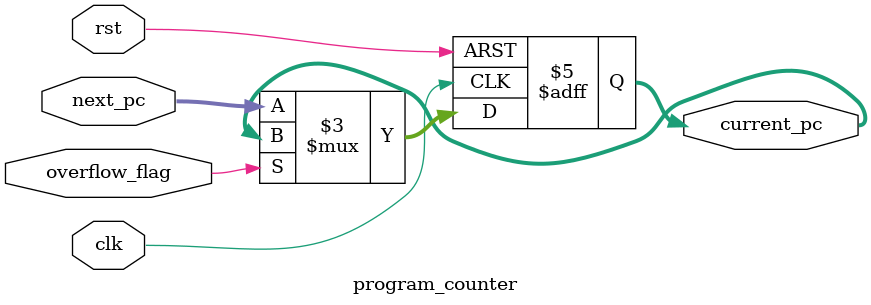
<source format=v>
module program_counter (
    input [31:0] next_pc,
    input rst, clk, overflow_flag,
    output reg [31:0] current_pc
);
    
    always @(posedge clk or posedge rst) // asynchronous reset, PC will reset regardless of th clk
        begin
            if (rst) 
                begin
                    current_pc <= 32'd0;
                end
            else if (overflow_flag) 
                begin
                    current_pc <= current_pc;
                end
            else 
                begin
                    current_pc <= next_pc;
                end
        end

endmodule

</source>
